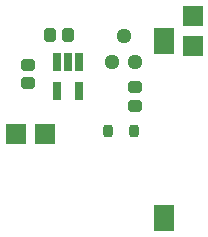
<source format=gts>
G04 Layer_Color=8388736*
%FSLAX25Y25*%
%MOIN*%
G70*
G01*
G75*
G04:AMPARAMS|DCode=21|XSize=47.37mil|YSize=39.5mil|CornerRadius=11.87mil|HoleSize=0mil|Usage=FLASHONLY|Rotation=90.000|XOffset=0mil|YOffset=0mil|HoleType=Round|Shape=RoundedRectangle|*
%AMROUNDEDRECTD21*
21,1,0.04737,0.01575,0,0,90.0*
21,1,0.02362,0.03950,0,0,90.0*
1,1,0.02375,0.00787,0.01181*
1,1,0.02375,0.00787,-0.01181*
1,1,0.02375,-0.00787,-0.01181*
1,1,0.02375,-0.00787,0.01181*
%
%ADD21ROUNDEDRECTD21*%
G04:AMPARAMS|DCode=22|XSize=47.37mil|YSize=39.5mil|CornerRadius=11.87mil|HoleSize=0mil|Usage=FLASHONLY|Rotation=180.000|XOffset=0mil|YOffset=0mil|HoleType=Round|Shape=RoundedRectangle|*
%AMROUNDEDRECTD22*
21,1,0.04737,0.01575,0,0,180.0*
21,1,0.02362,0.03950,0,0,180.0*
1,1,0.02375,-0.01181,0.00787*
1,1,0.02375,0.01181,0.00787*
1,1,0.02375,0.01181,-0.00787*
1,1,0.02375,-0.01181,-0.00787*
%
%ADD22ROUNDEDRECTD22*%
G04:AMPARAMS|DCode=23|XSize=43.43mil|YSize=43.43mil|CornerRadius=12.86mil|HoleSize=0mil|Usage=FLASHONLY|Rotation=180.000|XOffset=0mil|YOffset=0mil|HoleType=Round|Shape=RoundedRectangle|*
%AMROUNDEDRECTD23*
21,1,0.04343,0.01772,0,0,180.0*
21,1,0.01772,0.04343,0,0,180.0*
1,1,0.02572,-0.00886,0.00886*
1,1,0.02572,0.00886,0.00886*
1,1,0.02572,0.00886,-0.00886*
1,1,0.02572,-0.00886,-0.00886*
%
%ADD23ROUNDEDRECTD23*%
%ADD24R,0.06706X0.08674*%
%ADD25R,0.07099X0.07099*%
%ADD26R,0.07099X0.07099*%
G04:AMPARAMS|DCode=27|XSize=32.8mil|YSize=40.68mil|CornerRadius=10.2mil|HoleSize=0mil|Usage=FLASHONLY|Rotation=0.000|XOffset=0mil|YOffset=0mil|HoleType=Round|Shape=RoundedRectangle|*
%AMROUNDEDRECTD27*
21,1,0.03280,0.02028,0,0,0.0*
21,1,0.01240,0.04068,0,0,0.0*
1,1,0.02040,0.00620,-0.01014*
1,1,0.02040,-0.00620,-0.01014*
1,1,0.02040,-0.00620,0.01014*
1,1,0.02040,0.00620,0.01014*
%
%ADD27ROUNDEDRECTD27*%
%ADD28R,0.03162X0.06312*%
D21*
X567618Y220276D02*
D03*
X573721D02*
D03*
D22*
X560236Y204134D02*
D03*
Y210236D02*
D03*
X595768Y202756D02*
D03*
Y196653D02*
D03*
D23*
X595866Y211122D02*
D03*
X588386D02*
D03*
X592126Y219783D02*
D03*
D24*
X605413Y218110D02*
D03*
Y159055D02*
D03*
D25*
X556102Y187008D02*
D03*
D26*
X565945D02*
D03*
X615158Y216535D02*
D03*
Y226378D02*
D03*
D27*
X595709Y188287D02*
D03*
X586969D02*
D03*
D28*
X569882Y211319D02*
D03*
X573622D02*
D03*
X577362D02*
D03*
Y201476D02*
D03*
X569882D02*
D03*
M02*

</source>
